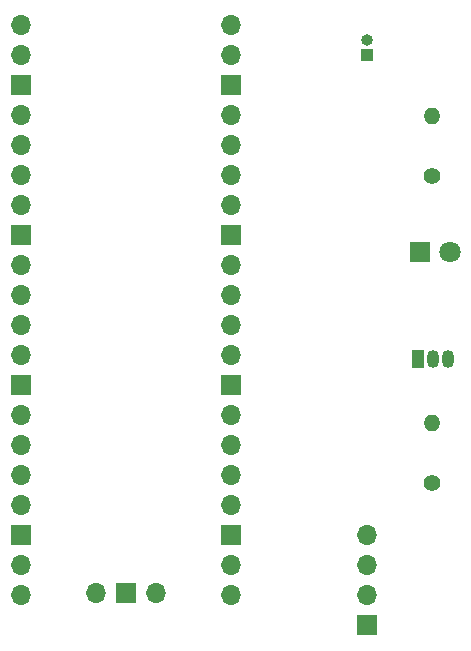
<source format=gbr>
%TF.GenerationSoftware,KiCad,Pcbnew,8.0.0*%
%TF.CreationDate,2024-03-27T17:11:43-03:00*%
%TF.ProjectId,ponderada_semana_8,706f6e64-6572-4616-9461-5f73656d616e,rev?*%
%TF.SameCoordinates,Original*%
%TF.FileFunction,Copper,L2,Bot*%
%TF.FilePolarity,Positive*%
%FSLAX46Y46*%
G04 Gerber Fmt 4.6, Leading zero omitted, Abs format (unit mm)*
G04 Created by KiCad (PCBNEW 8.0.0) date 2024-03-27 17:11:43*
%MOMM*%
%LPD*%
G01*
G04 APERTURE LIST*
%TA.AperFunction,ComponentPad*%
%ADD10O,1.700000X1.700000*%
%TD*%
%TA.AperFunction,ComponentPad*%
%ADD11R,1.700000X1.700000*%
%TD*%
%TA.AperFunction,ComponentPad*%
%ADD12O,1.400000X1.400000*%
%TD*%
%TA.AperFunction,ComponentPad*%
%ADD13C,1.400000*%
%TD*%
%TA.AperFunction,ComponentPad*%
%ADD14O,1.050000X1.500000*%
%TD*%
%TA.AperFunction,ComponentPad*%
%ADD15R,1.050000X1.500000*%
%TD*%
%TA.AperFunction,ComponentPad*%
%ADD16O,1.000000X1.000000*%
%TD*%
%TA.AperFunction,ComponentPad*%
%ADD17R,1.000000X1.000000*%
%TD*%
%TA.AperFunction,ComponentPad*%
%ADD18R,1.800000X1.800000*%
%TD*%
%TA.AperFunction,ComponentPad*%
%ADD19C,1.800000*%
%TD*%
G04 APERTURE END LIST*
D10*
%TO.P,U1,43,SWDIO*%
%TO.N,unconnected-(U1-SWDIO-Pad43)*%
X70150000Y-107310000D03*
D11*
%TO.P,U1,42,GND*%
%TO.N,unconnected-(U1-GND-Pad42)*%
X67610000Y-107310000D03*
D10*
%TO.P,U1,41,SWCLK*%
%TO.N,unconnected-(U1-SWCLK-Pad41)*%
X65070000Y-107310000D03*
%TO.P,U1,40,VBUS*%
%TO.N,unconnected-(U1-VBUS-Pad40)*%
X76500000Y-59280000D03*
%TO.P,U1,39,VSYS*%
%TO.N,VCC*%
X76500000Y-61820000D03*
D11*
%TO.P,U1,38,GND*%
%TO.N,GND*%
X76500000Y-64360000D03*
D10*
%TO.P,U1,37,3V3_EN*%
%TO.N,unconnected-(U1-3V3_EN-Pad37)*%
X76500000Y-66900000D03*
%TO.P,U1,36,3V3*%
%TO.N,unconnected-(U1-3V3-Pad36)*%
X76500000Y-69440000D03*
%TO.P,U1,35,ADC_VREF*%
%TO.N,unconnected-(U1-ADC_VREF-Pad35)*%
X76500000Y-71980000D03*
%TO.P,U1,34,GPIO28_ADC2*%
%TO.N,unconnected-(U1-GPIO28_ADC2-Pad34)*%
X76500000Y-74520000D03*
D11*
%TO.P,U1,33,AGND*%
%TO.N,unconnected-(U1-AGND-Pad33)*%
X76500000Y-77060000D03*
D10*
%TO.P,U1,32,GPIO27_ADC1*%
%TO.N,unconnected-(U1-GPIO27_ADC1-Pad32)*%
X76500000Y-79600000D03*
%TO.P,U1,31,GPIO26_ADC0*%
%TO.N,unconnected-(U1-GPIO26_ADC0-Pad31)*%
X76500000Y-82140000D03*
%TO.P,U1,30,RUN*%
%TO.N,unconnected-(U1-RUN-Pad30)*%
X76500000Y-84680000D03*
%TO.P,U1,29,GPIO22*%
%TO.N,unconnected-(U1-GPIO22-Pad29)*%
X76500000Y-87220000D03*
D11*
%TO.P,U1,28,GND*%
%TO.N,GND*%
X76500000Y-89760000D03*
D10*
%TO.P,U1,27,GPIO21*%
%TO.N,unconnected-(U1-GPIO21-Pad27)*%
X76500000Y-92300000D03*
%TO.P,U1,26,GPIO20*%
%TO.N,unconnected-(U1-GPIO20-Pad26)*%
X76500000Y-94840000D03*
%TO.P,U1,25,GPIO19*%
%TO.N,Sinal*%
X76500000Y-97380000D03*
%TO.P,U1,24,GPIO18*%
%TO.N,unconnected-(U1-GPIO18-Pad24)*%
X76500000Y-99920000D03*
D11*
%TO.P,U1,23,GND*%
%TO.N,unconnected-(U1-GND-Pad23)*%
X76500000Y-102460000D03*
D10*
%TO.P,U1,22,GPIO17*%
%TO.N,Dados_1*%
X76500000Y-105000000D03*
%TO.P,U1,21,GPIO16*%
%TO.N,Dados_2*%
X76500000Y-107540000D03*
%TO.P,U1,20,GPIO15*%
%TO.N,unconnected-(U1-GPIO15-Pad20)*%
X58720000Y-107540000D03*
%TO.P,U1,19,GPIO14*%
%TO.N,unconnected-(U1-GPIO14-Pad19)*%
X58720000Y-105000000D03*
D11*
%TO.P,U1,18,GND*%
%TO.N,unconnected-(U1-GND-Pad18)*%
X58720000Y-102460000D03*
D10*
%TO.P,U1,17,GPIO13*%
%TO.N,unconnected-(U1-GPIO13-Pad17)*%
X58720000Y-99920000D03*
%TO.P,U1,16,GPIO12*%
%TO.N,unconnected-(U1-GPIO12-Pad16)*%
X58720000Y-97380000D03*
%TO.P,U1,15,GPIO11*%
%TO.N,unconnected-(U1-GPIO11-Pad15)*%
X58720000Y-94840000D03*
%TO.P,U1,14,GPIO10*%
%TO.N,unconnected-(U1-GPIO10-Pad14)*%
X58720000Y-92300000D03*
D11*
%TO.P,U1,13,GND*%
%TO.N,unconnected-(U1-GND-Pad13)*%
X58720000Y-89760000D03*
D10*
%TO.P,U1,12,GPIO9*%
%TO.N,unconnected-(U1-GPIO9-Pad12)*%
X58720000Y-87220000D03*
%TO.P,U1,11,GPIO8*%
%TO.N,unconnected-(U1-GPIO8-Pad11)*%
X58720000Y-84680000D03*
%TO.P,U1,10,GPIO7*%
%TO.N,unconnected-(U1-GPIO7-Pad10)*%
X58720000Y-82140000D03*
%TO.P,U1,9,GPIO6*%
%TO.N,unconnected-(U1-GPIO6-Pad9)*%
X58720000Y-79600000D03*
D11*
%TO.P,U1,8,GND*%
%TO.N,unconnected-(U1-GND-Pad8)*%
X58720000Y-77060000D03*
D10*
%TO.P,U1,7,GPIO5*%
%TO.N,unconnected-(U1-GPIO5-Pad7)*%
X58720000Y-74520000D03*
%TO.P,U1,6,GPIO4*%
%TO.N,unconnected-(U1-GPIO4-Pad6)*%
X58720000Y-71980000D03*
%TO.P,U1,5,GPIO3*%
%TO.N,unconnected-(U1-GPIO3-Pad5)*%
X58720000Y-69440000D03*
%TO.P,U1,4,GPIO2*%
%TO.N,unconnected-(U1-GPIO2-Pad4)*%
X58720000Y-66900000D03*
D11*
%TO.P,U1,3,GND*%
%TO.N,unconnected-(U1-GND-Pad3)*%
X58720000Y-64360000D03*
D10*
%TO.P,U1,2,GPIO1*%
%TO.N,unconnected-(U1-GPIO1-Pad2)*%
X58720000Y-61820000D03*
%TO.P,U1,1,GPIO0*%
%TO.N,unconnected-(U1-GPIO0-Pad1)*%
X58720000Y-59280000D03*
%TD*%
D12*
%TO.P,R2,2*%
%TO.N,GND*%
X93500000Y-66960000D03*
D13*
%TO.P,R2,1*%
%TO.N,Net-(D1-A)*%
X93500000Y-72040000D03*
%TD*%
%TO.P,R1,1*%
%TO.N,Sinal*%
X93460000Y-98000000D03*
D12*
%TO.P,R1,2*%
%TO.N,Net-(Q1-B)*%
X93460000Y-92920000D03*
%TD*%
D14*
%TO.P,Q1,3,E*%
%TO.N,GND*%
X94840000Y-87500000D03*
%TO.P,Q1,2,B*%
%TO.N,Net-(Q1-B)*%
X93570000Y-87500000D03*
D15*
%TO.P,Q1,1,C*%
%TO.N,Net-(D1-K)*%
X92300000Y-87500000D03*
%TD*%
D16*
%TO.P,Pinos1,2,Pin_2*%
%TO.N,GND*%
X88000000Y-60500000D03*
D17*
%TO.P,Pinos1,1,Pin_1*%
%TO.N,VCC*%
X88000000Y-61770000D03*
%TD*%
D11*
%TO.P,J1,1,Pin_1*%
%TO.N,GND*%
X88000000Y-110080000D03*
D10*
%TO.P,J1,2,Pin_2*%
%TO.N,Dados_2*%
X88000000Y-107540000D03*
%TO.P,J1,3,Pin_3*%
%TO.N,Dados_1*%
X88000000Y-105000000D03*
%TO.P,J1,4,Pin_4*%
%TO.N,VCC*%
X88000000Y-102460000D03*
%TD*%
D18*
%TO.P,D1,1,K*%
%TO.N,Net-(D1-K)*%
X92460000Y-78500000D03*
D19*
%TO.P,D1,2,A*%
%TO.N,Net-(D1-A)*%
X95000000Y-78500000D03*
%TD*%
M02*

</source>
